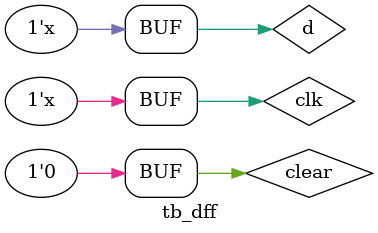
<source format=v>
module dff_dut (
    q,qb,d,clk,clear
);
    output reg q,qb;
    input d,clk,clear;
    always @(posedge clk ) begin
        if(clear==0) begin
            q<=0;
            qb<=1;
        end
        
        else begin
            q<=d;
            qb<=~d;
        end 
    end
    // always @(posedge clk) begin
    //     q<=d;
    // end
    // assign qb=~q;
endmodule


//tb
module tb_dff (
    
);
    wire q,qb;
    reg d,clk,clear ;

    initial begin
        d=1'b0;
        clk=1'b0;
        clear=1'b1;
    end
    always #2 d=~d;
    initial #50 clear=1'b0;
    always #5 clk=~clk;

    // initial begin
    //     clk=0;
    //     forever #2 clk=~clk;
    // end
    // initial begin
    //     #5;
    //     d=0;#5;
    //     d=1;#5;
    //     d=0;#5;
    //     d=1;#5;
    // end
    // initial #10 clear=1'b0;

    dff_dut dff01(q,qb,d,clk,clear) ;
endmodule

</source>
